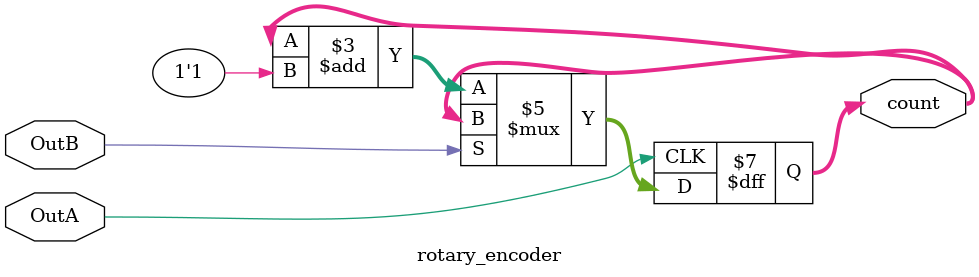
<source format=v>
`timescale 1ns / 1ps


module rotary_encoder(
    input OutA, OutB,
    output reg [7:0] count 
    );
    
    parameter count_max = 8'hFF;
    parameter count_min = 8'h0;
  
  initial begin
    count <= 8'b0;
  end
  
    always @ (posedge OutA)
    begin
        if(!OutB)
        begin
        count <= count + 1'b1;
        end
        /*
            if(count<=count_max)
            begin
                count <= count + 1'b1;
            end
            else
                count <= count_max;
        end
        else
        if(count >= count_min)
        begin
            count <= count - 1'b1;
        end
        else
            count <= count_min;
            */

    end
endmodule

</source>
